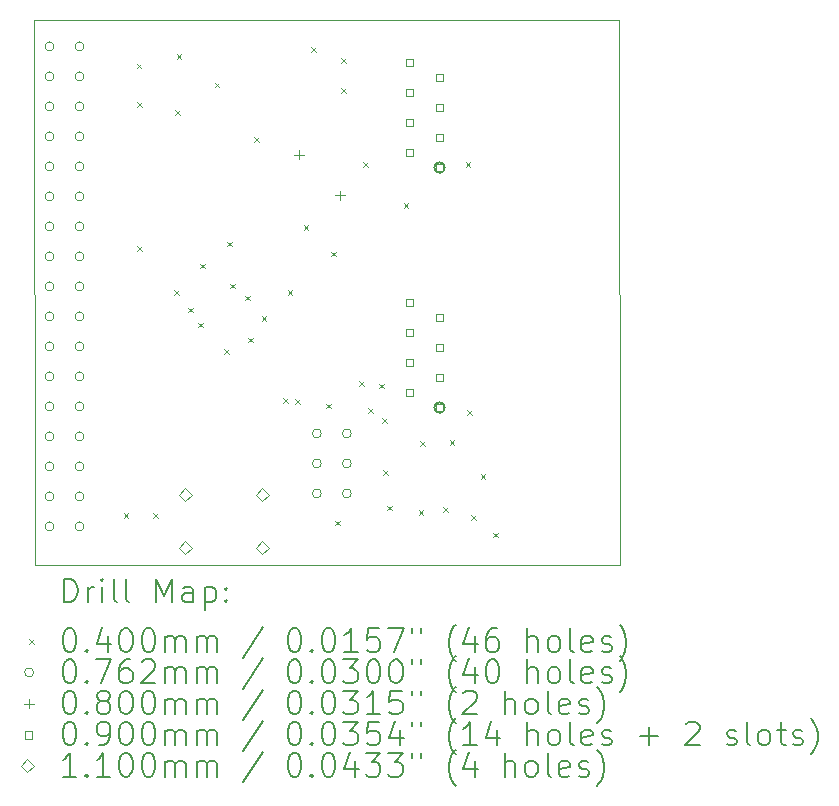
<source format=gbr>
%TF.GenerationSoftware,KiCad,Pcbnew,6.0.11-2627ca5db0~126~ubuntu20.04.1*%
%TF.CreationDate,2023-09-03T18:12:06+02:00*%
%TF.ProjectId,sboxnet-modul,73626f78-6e65-4742-9d6d-6f64756c2e6b,rev?*%
%TF.SameCoordinates,Original*%
%TF.FileFunction,Drillmap*%
%TF.FilePolarity,Positive*%
%FSLAX45Y45*%
G04 Gerber Fmt 4.5, Leading zero omitted, Abs format (unit mm)*
G04 Created by KiCad (PCBNEW 6.0.11-2627ca5db0~126~ubuntu20.04.1) date 2023-09-03 18:12:06*
%MOMM*%
%LPD*%
G01*
G04 APERTURE LIST*
%ADD10C,0.100000*%
%ADD11C,0.200000*%
%ADD12C,0.040000*%
%ADD13C,0.076200*%
%ADD14C,0.080000*%
%ADD15C,0.090000*%
%ADD16C,0.110000*%
G04 APERTURE END LIST*
D10*
X12573000Y-12192000D02*
X7620000Y-12192000D01*
X7620000Y-12192000D02*
X7617460Y-7576820D01*
X12570460Y-7579360D02*
X12573000Y-12192000D01*
X7617460Y-7576820D02*
X12570460Y-7579360D01*
D11*
D12*
X8374700Y-11752900D02*
X8414700Y-11792900D01*
X8414700Y-11752900D02*
X8374700Y-11792900D01*
X8484575Y-7947325D02*
X8524575Y-7987325D01*
X8524575Y-7947325D02*
X8484575Y-7987325D01*
X8489000Y-8273100D02*
X8529000Y-8313100D01*
X8529000Y-8273100D02*
X8489000Y-8313100D01*
X8489000Y-9492300D02*
X8529000Y-9532300D01*
X8529000Y-9492300D02*
X8489000Y-9532300D01*
X8626160Y-11752900D02*
X8666160Y-11792900D01*
X8666160Y-11752900D02*
X8626160Y-11792900D01*
X8804029Y-9861971D02*
X8844029Y-9901971D01*
X8844029Y-9861971D02*
X8804029Y-9901971D01*
X8809000Y-8338000D02*
X8849000Y-8378000D01*
X8849000Y-8338000D02*
X8809000Y-8378000D01*
X8824280Y-7864160D02*
X8864280Y-7904160D01*
X8864280Y-7864160D02*
X8824280Y-7904160D01*
X8920800Y-10013000D02*
X8960800Y-10053000D01*
X8960800Y-10013000D02*
X8920800Y-10053000D01*
X9007515Y-10140515D02*
X9047515Y-10180515D01*
X9047515Y-10140515D02*
X9007515Y-10180515D01*
X9025000Y-9641000D02*
X9065000Y-9681000D01*
X9065000Y-9641000D02*
X9025000Y-9681000D01*
X9144320Y-8108000D02*
X9184320Y-8148000D01*
X9184320Y-8108000D02*
X9144320Y-8148000D01*
X9228485Y-10361485D02*
X9268485Y-10401485D01*
X9268485Y-10361485D02*
X9228485Y-10401485D01*
X9251000Y-9454200D02*
X9291000Y-9494200D01*
X9291000Y-9454200D02*
X9251000Y-9494200D01*
X9276400Y-9809800D02*
X9316400Y-9849800D01*
X9316400Y-9809800D02*
X9276400Y-9849800D01*
X9403400Y-9911400D02*
X9443400Y-9951400D01*
X9443400Y-9911400D02*
X9403400Y-9951400D01*
X9428800Y-10267000D02*
X9468800Y-10307000D01*
X9468800Y-10267000D02*
X9428800Y-10307000D01*
X9477060Y-8570280D02*
X9517060Y-8610280D01*
X9517060Y-8570280D02*
X9477060Y-8610280D01*
X9542515Y-10087485D02*
X9582515Y-10127485D01*
X9582515Y-10087485D02*
X9542515Y-10127485D01*
X9723440Y-10780080D02*
X9763440Y-10820080D01*
X9763440Y-10780080D02*
X9723440Y-10820080D01*
X9763485Y-9866515D02*
X9803485Y-9906515D01*
X9803485Y-9866515D02*
X9763485Y-9906515D01*
X9827580Y-10790240D02*
X9867580Y-10830240D01*
X9867580Y-10790240D02*
X9827580Y-10830240D01*
X9897430Y-9313230D02*
X9937430Y-9353230D01*
X9937430Y-9313230D02*
X9897430Y-9353230D01*
X9964740Y-7805740D02*
X10004740Y-7845740D01*
X10004740Y-7805740D02*
X9964740Y-7845740D01*
X10091740Y-10825800D02*
X10131740Y-10865800D01*
X10131740Y-10825800D02*
X10091740Y-10865800D01*
X10131115Y-9539285D02*
X10171115Y-9579285D01*
X10171115Y-9539285D02*
X10131115Y-9579285D01*
X10167940Y-11816400D02*
X10207940Y-11856400D01*
X10207940Y-11816400D02*
X10167940Y-11856400D01*
X10216200Y-8153720D02*
X10256200Y-8193720D01*
X10256200Y-8153720D02*
X10216200Y-8193720D01*
X10218740Y-7899720D02*
X10258740Y-7939720D01*
X10258740Y-7899720D02*
X10218740Y-7939720D01*
X10368600Y-10637840D02*
X10408600Y-10677840D01*
X10408600Y-10637840D02*
X10368600Y-10677840D01*
X10404160Y-8783640D02*
X10444160Y-8823640D01*
X10444160Y-8783640D02*
X10404160Y-8823640D01*
X10442260Y-10863900D02*
X10482260Y-10903900D01*
X10482260Y-10863900D02*
X10442260Y-10903900D01*
X10536240Y-10655620D02*
X10576240Y-10695620D01*
X10576240Y-10655620D02*
X10536240Y-10695620D01*
X10561640Y-10947720D02*
X10601640Y-10987720D01*
X10601640Y-10947720D02*
X10561640Y-10987720D01*
X10571800Y-11387140D02*
X10611800Y-11427140D01*
X10611800Y-11387140D02*
X10571800Y-11427140D01*
X10603550Y-11688130D02*
X10643550Y-11728130D01*
X10643550Y-11688130D02*
X10603550Y-11728130D01*
X10744520Y-9126540D02*
X10784520Y-9166540D01*
X10784520Y-9126540D02*
X10744520Y-9166540D01*
X10871520Y-11730040D02*
X10911520Y-11770040D01*
X10911520Y-11730040D02*
X10871520Y-11770040D01*
X10884220Y-11140760D02*
X10924220Y-11180760D01*
X10924220Y-11140760D02*
X10884220Y-11180760D01*
X11082340Y-11704640D02*
X11122340Y-11744640D01*
X11122340Y-11704640D02*
X11082340Y-11744640D01*
X11135680Y-11133140D02*
X11175680Y-11173140D01*
X11175680Y-11133140D02*
X11135680Y-11173140D01*
X11270300Y-8781100D02*
X11310300Y-8821100D01*
X11310300Y-8781100D02*
X11270300Y-8821100D01*
X11280460Y-10879140D02*
X11320460Y-10919140D01*
X11320460Y-10879140D02*
X11280460Y-10919140D01*
X11318560Y-11770680D02*
X11358560Y-11810680D01*
X11358560Y-11770680D02*
X11318560Y-11810680D01*
X11397300Y-11422700D02*
X11437300Y-11462700D01*
X11437300Y-11422700D02*
X11397300Y-11462700D01*
X11503980Y-11918000D02*
X11543980Y-11958000D01*
X11543980Y-11918000D02*
X11503980Y-11958000D01*
D13*
X7785100Y-7801000D02*
G75*
G03*
X7785100Y-7801000I-38100J0D01*
G01*
X7785100Y-8055000D02*
G75*
G03*
X7785100Y-8055000I-38100J0D01*
G01*
X7785100Y-8309000D02*
G75*
G03*
X7785100Y-8309000I-38100J0D01*
G01*
X7785100Y-8563000D02*
G75*
G03*
X7785100Y-8563000I-38100J0D01*
G01*
X7785100Y-8817000D02*
G75*
G03*
X7785100Y-8817000I-38100J0D01*
G01*
X7785100Y-9071000D02*
G75*
G03*
X7785100Y-9071000I-38100J0D01*
G01*
X7785100Y-9325000D02*
G75*
G03*
X7785100Y-9325000I-38100J0D01*
G01*
X7785100Y-9579000D02*
G75*
G03*
X7785100Y-9579000I-38100J0D01*
G01*
X7785100Y-9833000D02*
G75*
G03*
X7785100Y-9833000I-38100J0D01*
G01*
X7785100Y-10087000D02*
G75*
G03*
X7785100Y-10087000I-38100J0D01*
G01*
X7785100Y-10341000D02*
G75*
G03*
X7785100Y-10341000I-38100J0D01*
G01*
X7785100Y-10595000D02*
G75*
G03*
X7785100Y-10595000I-38100J0D01*
G01*
X7785100Y-10849000D02*
G75*
G03*
X7785100Y-10849000I-38100J0D01*
G01*
X7785100Y-11103000D02*
G75*
G03*
X7785100Y-11103000I-38100J0D01*
G01*
X7785100Y-11357000D02*
G75*
G03*
X7785100Y-11357000I-38100J0D01*
G01*
X7785100Y-11611000D02*
G75*
G03*
X7785100Y-11611000I-38100J0D01*
G01*
X7785100Y-11865000D02*
G75*
G03*
X7785100Y-11865000I-38100J0D01*
G01*
X8039100Y-7801000D02*
G75*
G03*
X8039100Y-7801000I-38100J0D01*
G01*
X8039100Y-8055000D02*
G75*
G03*
X8039100Y-8055000I-38100J0D01*
G01*
X8039100Y-8309000D02*
G75*
G03*
X8039100Y-8309000I-38100J0D01*
G01*
X8039100Y-8563000D02*
G75*
G03*
X8039100Y-8563000I-38100J0D01*
G01*
X8039100Y-8817000D02*
G75*
G03*
X8039100Y-8817000I-38100J0D01*
G01*
X8039100Y-9071000D02*
G75*
G03*
X8039100Y-9071000I-38100J0D01*
G01*
X8039100Y-9325000D02*
G75*
G03*
X8039100Y-9325000I-38100J0D01*
G01*
X8039100Y-9579000D02*
G75*
G03*
X8039100Y-9579000I-38100J0D01*
G01*
X8039100Y-9833000D02*
G75*
G03*
X8039100Y-9833000I-38100J0D01*
G01*
X8039100Y-10087000D02*
G75*
G03*
X8039100Y-10087000I-38100J0D01*
G01*
X8039100Y-10341000D02*
G75*
G03*
X8039100Y-10341000I-38100J0D01*
G01*
X8039100Y-10595000D02*
G75*
G03*
X8039100Y-10595000I-38100J0D01*
G01*
X8039100Y-10849000D02*
G75*
G03*
X8039100Y-10849000I-38100J0D01*
G01*
X8039100Y-11103000D02*
G75*
G03*
X8039100Y-11103000I-38100J0D01*
G01*
X8039100Y-11357000D02*
G75*
G03*
X8039100Y-11357000I-38100J0D01*
G01*
X8039100Y-11611000D02*
G75*
G03*
X8039100Y-11611000I-38100J0D01*
G01*
X8039100Y-11865000D02*
G75*
G03*
X8039100Y-11865000I-38100J0D01*
G01*
X10048100Y-11078000D02*
G75*
G03*
X10048100Y-11078000I-38100J0D01*
G01*
X10048100Y-11332000D02*
G75*
G03*
X10048100Y-11332000I-38100J0D01*
G01*
X10048100Y-11586000D02*
G75*
G03*
X10048100Y-11586000I-38100J0D01*
G01*
X10302100Y-11078000D02*
G75*
G03*
X10302100Y-11078000I-38100J0D01*
G01*
X10302100Y-11332000D02*
G75*
G03*
X10302100Y-11332000I-38100J0D01*
G01*
X10302100Y-11586000D02*
G75*
G03*
X10302100Y-11586000I-38100J0D01*
G01*
D14*
X9859759Y-8676759D02*
X9859759Y-8756759D01*
X9819759Y-8716759D02*
X9899759Y-8716759D01*
X10204827Y-9021827D02*
X10204827Y-9101827D01*
X10164827Y-9061827D02*
X10244827Y-9061827D01*
D15*
X10826820Y-7969320D02*
X10826820Y-7905680D01*
X10763180Y-7905680D01*
X10763180Y-7969320D01*
X10826820Y-7969320D01*
X10826820Y-8223320D02*
X10826820Y-8159680D01*
X10763180Y-8159680D01*
X10763180Y-8223320D01*
X10826820Y-8223320D01*
X10826820Y-8476820D02*
X10826820Y-8413180D01*
X10763180Y-8413180D01*
X10763180Y-8476820D01*
X10826820Y-8476820D01*
X10826820Y-8730820D02*
X10826820Y-8667180D01*
X10763180Y-8667180D01*
X10763180Y-8730820D01*
X10826820Y-8730820D01*
X10826820Y-10001320D02*
X10826820Y-9937680D01*
X10763180Y-9937680D01*
X10763180Y-10001320D01*
X10826820Y-10001320D01*
X10826820Y-10255320D02*
X10826820Y-10191680D01*
X10763180Y-10191680D01*
X10763180Y-10255320D01*
X10826820Y-10255320D01*
X10826820Y-10508820D02*
X10826820Y-10445180D01*
X10763180Y-10445180D01*
X10763180Y-10508820D01*
X10826820Y-10508820D01*
X10826820Y-10762820D02*
X10826820Y-10699180D01*
X10763180Y-10699180D01*
X10763180Y-10762820D01*
X10826820Y-10762820D01*
X11080820Y-8095820D02*
X11080820Y-8032180D01*
X11017180Y-8032180D01*
X11017180Y-8095820D01*
X11080820Y-8095820D01*
X11080820Y-8349820D02*
X11080820Y-8286180D01*
X11017180Y-8286180D01*
X11017180Y-8349820D01*
X11080820Y-8349820D01*
X11080820Y-8603820D02*
X11080820Y-8540180D01*
X11017180Y-8540180D01*
X11017180Y-8603820D01*
X11080820Y-8603820D01*
X11080820Y-8857820D02*
X11080820Y-8794180D01*
X11017180Y-8794180D01*
X11017180Y-8857820D01*
X11080820Y-8857820D01*
D11*
X11049000Y-8871000D02*
X11049000Y-8871000D01*
X11049000Y-8781000D02*
X11049000Y-8781000D01*
X11049000Y-8871000D02*
G75*
G03*
X11049000Y-8781000I0J45000D01*
G01*
X11049000Y-8781000D02*
G75*
G03*
X11049000Y-8871000I0J-45000D01*
G01*
D15*
X11080820Y-10127820D02*
X11080820Y-10064180D01*
X11017180Y-10064180D01*
X11017180Y-10127820D01*
X11080820Y-10127820D01*
X11080820Y-10381820D02*
X11080820Y-10318180D01*
X11017180Y-10318180D01*
X11017180Y-10381820D01*
X11080820Y-10381820D01*
X11080820Y-10635820D02*
X11080820Y-10572180D01*
X11017180Y-10572180D01*
X11017180Y-10635820D01*
X11080820Y-10635820D01*
X11080820Y-10889820D02*
X11080820Y-10826180D01*
X11017180Y-10826180D01*
X11017180Y-10889820D01*
X11080820Y-10889820D01*
D11*
X11049000Y-10903000D02*
X11049000Y-10903000D01*
X11049000Y-10813000D02*
X11049000Y-10813000D01*
X11049000Y-10903000D02*
G75*
G03*
X11049000Y-10813000I0J45000D01*
G01*
X11049000Y-10813000D02*
G75*
G03*
X11049000Y-10903000I0J-45000D01*
G01*
D16*
X8897740Y-11651160D02*
X8952740Y-11596160D01*
X8897740Y-11541160D01*
X8842740Y-11596160D01*
X8897740Y-11651160D01*
X8897740Y-12101160D02*
X8952740Y-12046160D01*
X8897740Y-11991160D01*
X8842740Y-12046160D01*
X8897740Y-12101160D01*
X9547740Y-11651160D02*
X9602740Y-11596160D01*
X9547740Y-11541160D01*
X9492740Y-11596160D01*
X9547740Y-11651160D01*
X9547740Y-12101160D02*
X9602740Y-12046160D01*
X9547740Y-11991160D01*
X9492740Y-12046160D01*
X9547740Y-12101160D01*
D11*
X7870079Y-12507476D02*
X7870079Y-12307476D01*
X7917698Y-12307476D01*
X7946269Y-12317000D01*
X7965317Y-12336048D01*
X7974841Y-12355095D01*
X7984365Y-12393190D01*
X7984365Y-12421762D01*
X7974841Y-12459857D01*
X7965317Y-12478905D01*
X7946269Y-12497952D01*
X7917698Y-12507476D01*
X7870079Y-12507476D01*
X8070079Y-12507476D02*
X8070079Y-12374143D01*
X8070079Y-12412238D02*
X8079603Y-12393190D01*
X8089127Y-12383667D01*
X8108174Y-12374143D01*
X8127222Y-12374143D01*
X8193888Y-12507476D02*
X8193888Y-12374143D01*
X8193888Y-12307476D02*
X8184365Y-12317000D01*
X8193888Y-12326524D01*
X8203412Y-12317000D01*
X8193888Y-12307476D01*
X8193888Y-12326524D01*
X8317698Y-12507476D02*
X8298650Y-12497952D01*
X8289127Y-12478905D01*
X8289127Y-12307476D01*
X8422460Y-12507476D02*
X8403412Y-12497952D01*
X8393889Y-12478905D01*
X8393889Y-12307476D01*
X8651031Y-12507476D02*
X8651031Y-12307476D01*
X8717698Y-12450333D01*
X8784365Y-12307476D01*
X8784365Y-12507476D01*
X8965317Y-12507476D02*
X8965317Y-12402714D01*
X8955793Y-12383667D01*
X8936746Y-12374143D01*
X8898650Y-12374143D01*
X8879603Y-12383667D01*
X8965317Y-12497952D02*
X8946270Y-12507476D01*
X8898650Y-12507476D01*
X8879603Y-12497952D01*
X8870079Y-12478905D01*
X8870079Y-12459857D01*
X8879603Y-12440809D01*
X8898650Y-12431286D01*
X8946270Y-12431286D01*
X8965317Y-12421762D01*
X9060555Y-12374143D02*
X9060555Y-12574143D01*
X9060555Y-12383667D02*
X9079603Y-12374143D01*
X9117698Y-12374143D01*
X9136746Y-12383667D01*
X9146270Y-12393190D01*
X9155793Y-12412238D01*
X9155793Y-12469381D01*
X9146270Y-12488428D01*
X9136746Y-12497952D01*
X9117698Y-12507476D01*
X9079603Y-12507476D01*
X9060555Y-12497952D01*
X9241508Y-12488428D02*
X9251031Y-12497952D01*
X9241508Y-12507476D01*
X9231984Y-12497952D01*
X9241508Y-12488428D01*
X9241508Y-12507476D01*
X9241508Y-12383667D02*
X9251031Y-12393190D01*
X9241508Y-12402714D01*
X9231984Y-12393190D01*
X9241508Y-12383667D01*
X9241508Y-12402714D01*
D12*
X7572460Y-12817000D02*
X7612460Y-12857000D01*
X7612460Y-12817000D02*
X7572460Y-12857000D01*
D11*
X7908174Y-12727476D02*
X7927222Y-12727476D01*
X7946269Y-12737000D01*
X7955793Y-12746524D01*
X7965317Y-12765571D01*
X7974841Y-12803667D01*
X7974841Y-12851286D01*
X7965317Y-12889381D01*
X7955793Y-12908428D01*
X7946269Y-12917952D01*
X7927222Y-12927476D01*
X7908174Y-12927476D01*
X7889127Y-12917952D01*
X7879603Y-12908428D01*
X7870079Y-12889381D01*
X7860555Y-12851286D01*
X7860555Y-12803667D01*
X7870079Y-12765571D01*
X7879603Y-12746524D01*
X7889127Y-12737000D01*
X7908174Y-12727476D01*
X8060555Y-12908428D02*
X8070079Y-12917952D01*
X8060555Y-12927476D01*
X8051031Y-12917952D01*
X8060555Y-12908428D01*
X8060555Y-12927476D01*
X8241508Y-12794143D02*
X8241508Y-12927476D01*
X8193888Y-12717952D02*
X8146269Y-12860809D01*
X8270079Y-12860809D01*
X8384365Y-12727476D02*
X8403412Y-12727476D01*
X8422460Y-12737000D01*
X8431984Y-12746524D01*
X8441508Y-12765571D01*
X8451031Y-12803667D01*
X8451031Y-12851286D01*
X8441508Y-12889381D01*
X8431984Y-12908428D01*
X8422460Y-12917952D01*
X8403412Y-12927476D01*
X8384365Y-12927476D01*
X8365317Y-12917952D01*
X8355793Y-12908428D01*
X8346269Y-12889381D01*
X8336746Y-12851286D01*
X8336746Y-12803667D01*
X8346269Y-12765571D01*
X8355793Y-12746524D01*
X8365317Y-12737000D01*
X8384365Y-12727476D01*
X8574841Y-12727476D02*
X8593889Y-12727476D01*
X8612936Y-12737000D01*
X8622460Y-12746524D01*
X8631984Y-12765571D01*
X8641508Y-12803667D01*
X8641508Y-12851286D01*
X8631984Y-12889381D01*
X8622460Y-12908428D01*
X8612936Y-12917952D01*
X8593889Y-12927476D01*
X8574841Y-12927476D01*
X8555793Y-12917952D01*
X8546270Y-12908428D01*
X8536746Y-12889381D01*
X8527222Y-12851286D01*
X8527222Y-12803667D01*
X8536746Y-12765571D01*
X8546270Y-12746524D01*
X8555793Y-12737000D01*
X8574841Y-12727476D01*
X8727222Y-12927476D02*
X8727222Y-12794143D01*
X8727222Y-12813190D02*
X8736746Y-12803667D01*
X8755793Y-12794143D01*
X8784365Y-12794143D01*
X8803412Y-12803667D01*
X8812936Y-12822714D01*
X8812936Y-12927476D01*
X8812936Y-12822714D02*
X8822460Y-12803667D01*
X8841508Y-12794143D01*
X8870079Y-12794143D01*
X8889127Y-12803667D01*
X8898650Y-12822714D01*
X8898650Y-12927476D01*
X8993889Y-12927476D02*
X8993889Y-12794143D01*
X8993889Y-12813190D02*
X9003412Y-12803667D01*
X9022460Y-12794143D01*
X9051031Y-12794143D01*
X9070079Y-12803667D01*
X9079603Y-12822714D01*
X9079603Y-12927476D01*
X9079603Y-12822714D02*
X9089127Y-12803667D01*
X9108174Y-12794143D01*
X9136746Y-12794143D01*
X9155793Y-12803667D01*
X9165317Y-12822714D01*
X9165317Y-12927476D01*
X9555793Y-12717952D02*
X9384365Y-12975095D01*
X9812936Y-12727476D02*
X9831984Y-12727476D01*
X9851031Y-12737000D01*
X9860555Y-12746524D01*
X9870079Y-12765571D01*
X9879603Y-12803667D01*
X9879603Y-12851286D01*
X9870079Y-12889381D01*
X9860555Y-12908428D01*
X9851031Y-12917952D01*
X9831984Y-12927476D01*
X9812936Y-12927476D01*
X9793889Y-12917952D01*
X9784365Y-12908428D01*
X9774841Y-12889381D01*
X9765317Y-12851286D01*
X9765317Y-12803667D01*
X9774841Y-12765571D01*
X9784365Y-12746524D01*
X9793889Y-12737000D01*
X9812936Y-12727476D01*
X9965317Y-12908428D02*
X9974841Y-12917952D01*
X9965317Y-12927476D01*
X9955793Y-12917952D01*
X9965317Y-12908428D01*
X9965317Y-12927476D01*
X10098650Y-12727476D02*
X10117698Y-12727476D01*
X10136746Y-12737000D01*
X10146270Y-12746524D01*
X10155793Y-12765571D01*
X10165317Y-12803667D01*
X10165317Y-12851286D01*
X10155793Y-12889381D01*
X10146270Y-12908428D01*
X10136746Y-12917952D01*
X10117698Y-12927476D01*
X10098650Y-12927476D01*
X10079603Y-12917952D01*
X10070079Y-12908428D01*
X10060555Y-12889381D01*
X10051031Y-12851286D01*
X10051031Y-12803667D01*
X10060555Y-12765571D01*
X10070079Y-12746524D01*
X10079603Y-12737000D01*
X10098650Y-12727476D01*
X10355793Y-12927476D02*
X10241508Y-12927476D01*
X10298650Y-12927476D02*
X10298650Y-12727476D01*
X10279603Y-12756048D01*
X10260555Y-12775095D01*
X10241508Y-12784619D01*
X10536746Y-12727476D02*
X10441508Y-12727476D01*
X10431984Y-12822714D01*
X10441508Y-12813190D01*
X10460555Y-12803667D01*
X10508174Y-12803667D01*
X10527222Y-12813190D01*
X10536746Y-12822714D01*
X10546270Y-12841762D01*
X10546270Y-12889381D01*
X10536746Y-12908428D01*
X10527222Y-12917952D01*
X10508174Y-12927476D01*
X10460555Y-12927476D01*
X10441508Y-12917952D01*
X10431984Y-12908428D01*
X10612936Y-12727476D02*
X10746270Y-12727476D01*
X10660555Y-12927476D01*
X10812936Y-12727476D02*
X10812936Y-12765571D01*
X10889127Y-12727476D02*
X10889127Y-12765571D01*
X11184365Y-13003667D02*
X11174841Y-12994143D01*
X11155793Y-12965571D01*
X11146270Y-12946524D01*
X11136746Y-12917952D01*
X11127222Y-12870333D01*
X11127222Y-12832238D01*
X11136746Y-12784619D01*
X11146270Y-12756048D01*
X11155793Y-12737000D01*
X11174841Y-12708428D01*
X11184365Y-12698905D01*
X11346269Y-12794143D02*
X11346269Y-12927476D01*
X11298650Y-12717952D02*
X11251031Y-12860809D01*
X11374841Y-12860809D01*
X11536746Y-12727476D02*
X11498650Y-12727476D01*
X11479603Y-12737000D01*
X11470079Y-12746524D01*
X11451031Y-12775095D01*
X11441508Y-12813190D01*
X11441508Y-12889381D01*
X11451031Y-12908428D01*
X11460555Y-12917952D01*
X11479603Y-12927476D01*
X11517698Y-12927476D01*
X11536746Y-12917952D01*
X11546269Y-12908428D01*
X11555793Y-12889381D01*
X11555793Y-12841762D01*
X11546269Y-12822714D01*
X11536746Y-12813190D01*
X11517698Y-12803667D01*
X11479603Y-12803667D01*
X11460555Y-12813190D01*
X11451031Y-12822714D01*
X11441508Y-12841762D01*
X11793888Y-12927476D02*
X11793888Y-12727476D01*
X11879603Y-12927476D02*
X11879603Y-12822714D01*
X11870079Y-12803667D01*
X11851031Y-12794143D01*
X11822460Y-12794143D01*
X11803412Y-12803667D01*
X11793888Y-12813190D01*
X12003412Y-12927476D02*
X11984365Y-12917952D01*
X11974841Y-12908428D01*
X11965317Y-12889381D01*
X11965317Y-12832238D01*
X11974841Y-12813190D01*
X11984365Y-12803667D01*
X12003412Y-12794143D01*
X12031984Y-12794143D01*
X12051031Y-12803667D01*
X12060555Y-12813190D01*
X12070079Y-12832238D01*
X12070079Y-12889381D01*
X12060555Y-12908428D01*
X12051031Y-12917952D01*
X12031984Y-12927476D01*
X12003412Y-12927476D01*
X12184365Y-12927476D02*
X12165317Y-12917952D01*
X12155793Y-12898905D01*
X12155793Y-12727476D01*
X12336746Y-12917952D02*
X12317698Y-12927476D01*
X12279603Y-12927476D01*
X12260555Y-12917952D01*
X12251031Y-12898905D01*
X12251031Y-12822714D01*
X12260555Y-12803667D01*
X12279603Y-12794143D01*
X12317698Y-12794143D01*
X12336746Y-12803667D01*
X12346269Y-12822714D01*
X12346269Y-12841762D01*
X12251031Y-12860809D01*
X12422460Y-12917952D02*
X12441508Y-12927476D01*
X12479603Y-12927476D01*
X12498650Y-12917952D01*
X12508174Y-12898905D01*
X12508174Y-12889381D01*
X12498650Y-12870333D01*
X12479603Y-12860809D01*
X12451031Y-12860809D01*
X12431984Y-12851286D01*
X12422460Y-12832238D01*
X12422460Y-12822714D01*
X12431984Y-12803667D01*
X12451031Y-12794143D01*
X12479603Y-12794143D01*
X12498650Y-12803667D01*
X12574841Y-13003667D02*
X12584365Y-12994143D01*
X12603412Y-12965571D01*
X12612936Y-12946524D01*
X12622460Y-12917952D01*
X12631984Y-12870333D01*
X12631984Y-12832238D01*
X12622460Y-12784619D01*
X12612936Y-12756048D01*
X12603412Y-12737000D01*
X12584365Y-12708428D01*
X12574841Y-12698905D01*
D13*
X7612460Y-13101000D02*
G75*
G03*
X7612460Y-13101000I-38100J0D01*
G01*
D11*
X7908174Y-12991476D02*
X7927222Y-12991476D01*
X7946269Y-13001000D01*
X7955793Y-13010524D01*
X7965317Y-13029571D01*
X7974841Y-13067667D01*
X7974841Y-13115286D01*
X7965317Y-13153381D01*
X7955793Y-13172428D01*
X7946269Y-13181952D01*
X7927222Y-13191476D01*
X7908174Y-13191476D01*
X7889127Y-13181952D01*
X7879603Y-13172428D01*
X7870079Y-13153381D01*
X7860555Y-13115286D01*
X7860555Y-13067667D01*
X7870079Y-13029571D01*
X7879603Y-13010524D01*
X7889127Y-13001000D01*
X7908174Y-12991476D01*
X8060555Y-13172428D02*
X8070079Y-13181952D01*
X8060555Y-13191476D01*
X8051031Y-13181952D01*
X8060555Y-13172428D01*
X8060555Y-13191476D01*
X8136746Y-12991476D02*
X8270079Y-12991476D01*
X8184365Y-13191476D01*
X8431984Y-12991476D02*
X8393889Y-12991476D01*
X8374841Y-13001000D01*
X8365317Y-13010524D01*
X8346269Y-13039095D01*
X8336746Y-13077190D01*
X8336746Y-13153381D01*
X8346269Y-13172428D01*
X8355793Y-13181952D01*
X8374841Y-13191476D01*
X8412936Y-13191476D01*
X8431984Y-13181952D01*
X8441508Y-13172428D01*
X8451031Y-13153381D01*
X8451031Y-13105762D01*
X8441508Y-13086714D01*
X8431984Y-13077190D01*
X8412936Y-13067667D01*
X8374841Y-13067667D01*
X8355793Y-13077190D01*
X8346269Y-13086714D01*
X8336746Y-13105762D01*
X8527222Y-13010524D02*
X8536746Y-13001000D01*
X8555793Y-12991476D01*
X8603412Y-12991476D01*
X8622460Y-13001000D01*
X8631984Y-13010524D01*
X8641508Y-13029571D01*
X8641508Y-13048619D01*
X8631984Y-13077190D01*
X8517698Y-13191476D01*
X8641508Y-13191476D01*
X8727222Y-13191476D02*
X8727222Y-13058143D01*
X8727222Y-13077190D02*
X8736746Y-13067667D01*
X8755793Y-13058143D01*
X8784365Y-13058143D01*
X8803412Y-13067667D01*
X8812936Y-13086714D01*
X8812936Y-13191476D01*
X8812936Y-13086714D02*
X8822460Y-13067667D01*
X8841508Y-13058143D01*
X8870079Y-13058143D01*
X8889127Y-13067667D01*
X8898650Y-13086714D01*
X8898650Y-13191476D01*
X8993889Y-13191476D02*
X8993889Y-13058143D01*
X8993889Y-13077190D02*
X9003412Y-13067667D01*
X9022460Y-13058143D01*
X9051031Y-13058143D01*
X9070079Y-13067667D01*
X9079603Y-13086714D01*
X9079603Y-13191476D01*
X9079603Y-13086714D02*
X9089127Y-13067667D01*
X9108174Y-13058143D01*
X9136746Y-13058143D01*
X9155793Y-13067667D01*
X9165317Y-13086714D01*
X9165317Y-13191476D01*
X9555793Y-12981952D02*
X9384365Y-13239095D01*
X9812936Y-12991476D02*
X9831984Y-12991476D01*
X9851031Y-13001000D01*
X9860555Y-13010524D01*
X9870079Y-13029571D01*
X9879603Y-13067667D01*
X9879603Y-13115286D01*
X9870079Y-13153381D01*
X9860555Y-13172428D01*
X9851031Y-13181952D01*
X9831984Y-13191476D01*
X9812936Y-13191476D01*
X9793889Y-13181952D01*
X9784365Y-13172428D01*
X9774841Y-13153381D01*
X9765317Y-13115286D01*
X9765317Y-13067667D01*
X9774841Y-13029571D01*
X9784365Y-13010524D01*
X9793889Y-13001000D01*
X9812936Y-12991476D01*
X9965317Y-13172428D02*
X9974841Y-13181952D01*
X9965317Y-13191476D01*
X9955793Y-13181952D01*
X9965317Y-13172428D01*
X9965317Y-13191476D01*
X10098650Y-12991476D02*
X10117698Y-12991476D01*
X10136746Y-13001000D01*
X10146270Y-13010524D01*
X10155793Y-13029571D01*
X10165317Y-13067667D01*
X10165317Y-13115286D01*
X10155793Y-13153381D01*
X10146270Y-13172428D01*
X10136746Y-13181952D01*
X10117698Y-13191476D01*
X10098650Y-13191476D01*
X10079603Y-13181952D01*
X10070079Y-13172428D01*
X10060555Y-13153381D01*
X10051031Y-13115286D01*
X10051031Y-13067667D01*
X10060555Y-13029571D01*
X10070079Y-13010524D01*
X10079603Y-13001000D01*
X10098650Y-12991476D01*
X10231984Y-12991476D02*
X10355793Y-12991476D01*
X10289127Y-13067667D01*
X10317698Y-13067667D01*
X10336746Y-13077190D01*
X10346270Y-13086714D01*
X10355793Y-13105762D01*
X10355793Y-13153381D01*
X10346270Y-13172428D01*
X10336746Y-13181952D01*
X10317698Y-13191476D01*
X10260555Y-13191476D01*
X10241508Y-13181952D01*
X10231984Y-13172428D01*
X10479603Y-12991476D02*
X10498650Y-12991476D01*
X10517698Y-13001000D01*
X10527222Y-13010524D01*
X10536746Y-13029571D01*
X10546270Y-13067667D01*
X10546270Y-13115286D01*
X10536746Y-13153381D01*
X10527222Y-13172428D01*
X10517698Y-13181952D01*
X10498650Y-13191476D01*
X10479603Y-13191476D01*
X10460555Y-13181952D01*
X10451031Y-13172428D01*
X10441508Y-13153381D01*
X10431984Y-13115286D01*
X10431984Y-13067667D01*
X10441508Y-13029571D01*
X10451031Y-13010524D01*
X10460555Y-13001000D01*
X10479603Y-12991476D01*
X10670079Y-12991476D02*
X10689127Y-12991476D01*
X10708174Y-13001000D01*
X10717698Y-13010524D01*
X10727222Y-13029571D01*
X10736746Y-13067667D01*
X10736746Y-13115286D01*
X10727222Y-13153381D01*
X10717698Y-13172428D01*
X10708174Y-13181952D01*
X10689127Y-13191476D01*
X10670079Y-13191476D01*
X10651031Y-13181952D01*
X10641508Y-13172428D01*
X10631984Y-13153381D01*
X10622460Y-13115286D01*
X10622460Y-13067667D01*
X10631984Y-13029571D01*
X10641508Y-13010524D01*
X10651031Y-13001000D01*
X10670079Y-12991476D01*
X10812936Y-12991476D02*
X10812936Y-13029571D01*
X10889127Y-12991476D02*
X10889127Y-13029571D01*
X11184365Y-13267667D02*
X11174841Y-13258143D01*
X11155793Y-13229571D01*
X11146270Y-13210524D01*
X11136746Y-13181952D01*
X11127222Y-13134333D01*
X11127222Y-13096238D01*
X11136746Y-13048619D01*
X11146270Y-13020048D01*
X11155793Y-13001000D01*
X11174841Y-12972428D01*
X11184365Y-12962905D01*
X11346269Y-13058143D02*
X11346269Y-13191476D01*
X11298650Y-12981952D02*
X11251031Y-13124809D01*
X11374841Y-13124809D01*
X11489127Y-12991476D02*
X11508174Y-12991476D01*
X11527222Y-13001000D01*
X11536746Y-13010524D01*
X11546269Y-13029571D01*
X11555793Y-13067667D01*
X11555793Y-13115286D01*
X11546269Y-13153381D01*
X11536746Y-13172428D01*
X11527222Y-13181952D01*
X11508174Y-13191476D01*
X11489127Y-13191476D01*
X11470079Y-13181952D01*
X11460555Y-13172428D01*
X11451031Y-13153381D01*
X11441508Y-13115286D01*
X11441508Y-13067667D01*
X11451031Y-13029571D01*
X11460555Y-13010524D01*
X11470079Y-13001000D01*
X11489127Y-12991476D01*
X11793888Y-13191476D02*
X11793888Y-12991476D01*
X11879603Y-13191476D02*
X11879603Y-13086714D01*
X11870079Y-13067667D01*
X11851031Y-13058143D01*
X11822460Y-13058143D01*
X11803412Y-13067667D01*
X11793888Y-13077190D01*
X12003412Y-13191476D02*
X11984365Y-13181952D01*
X11974841Y-13172428D01*
X11965317Y-13153381D01*
X11965317Y-13096238D01*
X11974841Y-13077190D01*
X11984365Y-13067667D01*
X12003412Y-13058143D01*
X12031984Y-13058143D01*
X12051031Y-13067667D01*
X12060555Y-13077190D01*
X12070079Y-13096238D01*
X12070079Y-13153381D01*
X12060555Y-13172428D01*
X12051031Y-13181952D01*
X12031984Y-13191476D01*
X12003412Y-13191476D01*
X12184365Y-13191476D02*
X12165317Y-13181952D01*
X12155793Y-13162905D01*
X12155793Y-12991476D01*
X12336746Y-13181952D02*
X12317698Y-13191476D01*
X12279603Y-13191476D01*
X12260555Y-13181952D01*
X12251031Y-13162905D01*
X12251031Y-13086714D01*
X12260555Y-13067667D01*
X12279603Y-13058143D01*
X12317698Y-13058143D01*
X12336746Y-13067667D01*
X12346269Y-13086714D01*
X12346269Y-13105762D01*
X12251031Y-13124809D01*
X12422460Y-13181952D02*
X12441508Y-13191476D01*
X12479603Y-13191476D01*
X12498650Y-13181952D01*
X12508174Y-13162905D01*
X12508174Y-13153381D01*
X12498650Y-13134333D01*
X12479603Y-13124809D01*
X12451031Y-13124809D01*
X12431984Y-13115286D01*
X12422460Y-13096238D01*
X12422460Y-13086714D01*
X12431984Y-13067667D01*
X12451031Y-13058143D01*
X12479603Y-13058143D01*
X12498650Y-13067667D01*
X12574841Y-13267667D02*
X12584365Y-13258143D01*
X12603412Y-13229571D01*
X12612936Y-13210524D01*
X12622460Y-13181952D01*
X12631984Y-13134333D01*
X12631984Y-13096238D01*
X12622460Y-13048619D01*
X12612936Y-13020048D01*
X12603412Y-13001000D01*
X12584365Y-12972428D01*
X12574841Y-12962905D01*
D14*
X7572460Y-13325000D02*
X7572460Y-13405000D01*
X7532460Y-13365000D02*
X7612460Y-13365000D01*
D11*
X7908174Y-13255476D02*
X7927222Y-13255476D01*
X7946269Y-13265000D01*
X7955793Y-13274524D01*
X7965317Y-13293571D01*
X7974841Y-13331667D01*
X7974841Y-13379286D01*
X7965317Y-13417381D01*
X7955793Y-13436428D01*
X7946269Y-13445952D01*
X7927222Y-13455476D01*
X7908174Y-13455476D01*
X7889127Y-13445952D01*
X7879603Y-13436428D01*
X7870079Y-13417381D01*
X7860555Y-13379286D01*
X7860555Y-13331667D01*
X7870079Y-13293571D01*
X7879603Y-13274524D01*
X7889127Y-13265000D01*
X7908174Y-13255476D01*
X8060555Y-13436428D02*
X8070079Y-13445952D01*
X8060555Y-13455476D01*
X8051031Y-13445952D01*
X8060555Y-13436428D01*
X8060555Y-13455476D01*
X8184365Y-13341190D02*
X8165317Y-13331667D01*
X8155793Y-13322143D01*
X8146269Y-13303095D01*
X8146269Y-13293571D01*
X8155793Y-13274524D01*
X8165317Y-13265000D01*
X8184365Y-13255476D01*
X8222460Y-13255476D01*
X8241508Y-13265000D01*
X8251031Y-13274524D01*
X8260555Y-13293571D01*
X8260555Y-13303095D01*
X8251031Y-13322143D01*
X8241508Y-13331667D01*
X8222460Y-13341190D01*
X8184365Y-13341190D01*
X8165317Y-13350714D01*
X8155793Y-13360238D01*
X8146269Y-13379286D01*
X8146269Y-13417381D01*
X8155793Y-13436428D01*
X8165317Y-13445952D01*
X8184365Y-13455476D01*
X8222460Y-13455476D01*
X8241508Y-13445952D01*
X8251031Y-13436428D01*
X8260555Y-13417381D01*
X8260555Y-13379286D01*
X8251031Y-13360238D01*
X8241508Y-13350714D01*
X8222460Y-13341190D01*
X8384365Y-13255476D02*
X8403412Y-13255476D01*
X8422460Y-13265000D01*
X8431984Y-13274524D01*
X8441508Y-13293571D01*
X8451031Y-13331667D01*
X8451031Y-13379286D01*
X8441508Y-13417381D01*
X8431984Y-13436428D01*
X8422460Y-13445952D01*
X8403412Y-13455476D01*
X8384365Y-13455476D01*
X8365317Y-13445952D01*
X8355793Y-13436428D01*
X8346269Y-13417381D01*
X8336746Y-13379286D01*
X8336746Y-13331667D01*
X8346269Y-13293571D01*
X8355793Y-13274524D01*
X8365317Y-13265000D01*
X8384365Y-13255476D01*
X8574841Y-13255476D02*
X8593889Y-13255476D01*
X8612936Y-13265000D01*
X8622460Y-13274524D01*
X8631984Y-13293571D01*
X8641508Y-13331667D01*
X8641508Y-13379286D01*
X8631984Y-13417381D01*
X8622460Y-13436428D01*
X8612936Y-13445952D01*
X8593889Y-13455476D01*
X8574841Y-13455476D01*
X8555793Y-13445952D01*
X8546270Y-13436428D01*
X8536746Y-13417381D01*
X8527222Y-13379286D01*
X8527222Y-13331667D01*
X8536746Y-13293571D01*
X8546270Y-13274524D01*
X8555793Y-13265000D01*
X8574841Y-13255476D01*
X8727222Y-13455476D02*
X8727222Y-13322143D01*
X8727222Y-13341190D02*
X8736746Y-13331667D01*
X8755793Y-13322143D01*
X8784365Y-13322143D01*
X8803412Y-13331667D01*
X8812936Y-13350714D01*
X8812936Y-13455476D01*
X8812936Y-13350714D02*
X8822460Y-13331667D01*
X8841508Y-13322143D01*
X8870079Y-13322143D01*
X8889127Y-13331667D01*
X8898650Y-13350714D01*
X8898650Y-13455476D01*
X8993889Y-13455476D02*
X8993889Y-13322143D01*
X8993889Y-13341190D02*
X9003412Y-13331667D01*
X9022460Y-13322143D01*
X9051031Y-13322143D01*
X9070079Y-13331667D01*
X9079603Y-13350714D01*
X9079603Y-13455476D01*
X9079603Y-13350714D02*
X9089127Y-13331667D01*
X9108174Y-13322143D01*
X9136746Y-13322143D01*
X9155793Y-13331667D01*
X9165317Y-13350714D01*
X9165317Y-13455476D01*
X9555793Y-13245952D02*
X9384365Y-13503095D01*
X9812936Y-13255476D02*
X9831984Y-13255476D01*
X9851031Y-13265000D01*
X9860555Y-13274524D01*
X9870079Y-13293571D01*
X9879603Y-13331667D01*
X9879603Y-13379286D01*
X9870079Y-13417381D01*
X9860555Y-13436428D01*
X9851031Y-13445952D01*
X9831984Y-13455476D01*
X9812936Y-13455476D01*
X9793889Y-13445952D01*
X9784365Y-13436428D01*
X9774841Y-13417381D01*
X9765317Y-13379286D01*
X9765317Y-13331667D01*
X9774841Y-13293571D01*
X9784365Y-13274524D01*
X9793889Y-13265000D01*
X9812936Y-13255476D01*
X9965317Y-13436428D02*
X9974841Y-13445952D01*
X9965317Y-13455476D01*
X9955793Y-13445952D01*
X9965317Y-13436428D01*
X9965317Y-13455476D01*
X10098650Y-13255476D02*
X10117698Y-13255476D01*
X10136746Y-13265000D01*
X10146270Y-13274524D01*
X10155793Y-13293571D01*
X10165317Y-13331667D01*
X10165317Y-13379286D01*
X10155793Y-13417381D01*
X10146270Y-13436428D01*
X10136746Y-13445952D01*
X10117698Y-13455476D01*
X10098650Y-13455476D01*
X10079603Y-13445952D01*
X10070079Y-13436428D01*
X10060555Y-13417381D01*
X10051031Y-13379286D01*
X10051031Y-13331667D01*
X10060555Y-13293571D01*
X10070079Y-13274524D01*
X10079603Y-13265000D01*
X10098650Y-13255476D01*
X10231984Y-13255476D02*
X10355793Y-13255476D01*
X10289127Y-13331667D01*
X10317698Y-13331667D01*
X10336746Y-13341190D01*
X10346270Y-13350714D01*
X10355793Y-13369762D01*
X10355793Y-13417381D01*
X10346270Y-13436428D01*
X10336746Y-13445952D01*
X10317698Y-13455476D01*
X10260555Y-13455476D01*
X10241508Y-13445952D01*
X10231984Y-13436428D01*
X10546270Y-13455476D02*
X10431984Y-13455476D01*
X10489127Y-13455476D02*
X10489127Y-13255476D01*
X10470079Y-13284048D01*
X10451031Y-13303095D01*
X10431984Y-13312619D01*
X10727222Y-13255476D02*
X10631984Y-13255476D01*
X10622460Y-13350714D01*
X10631984Y-13341190D01*
X10651031Y-13331667D01*
X10698650Y-13331667D01*
X10717698Y-13341190D01*
X10727222Y-13350714D01*
X10736746Y-13369762D01*
X10736746Y-13417381D01*
X10727222Y-13436428D01*
X10717698Y-13445952D01*
X10698650Y-13455476D01*
X10651031Y-13455476D01*
X10631984Y-13445952D01*
X10622460Y-13436428D01*
X10812936Y-13255476D02*
X10812936Y-13293571D01*
X10889127Y-13255476D02*
X10889127Y-13293571D01*
X11184365Y-13531667D02*
X11174841Y-13522143D01*
X11155793Y-13493571D01*
X11146270Y-13474524D01*
X11136746Y-13445952D01*
X11127222Y-13398333D01*
X11127222Y-13360238D01*
X11136746Y-13312619D01*
X11146270Y-13284048D01*
X11155793Y-13265000D01*
X11174841Y-13236428D01*
X11184365Y-13226905D01*
X11251031Y-13274524D02*
X11260555Y-13265000D01*
X11279603Y-13255476D01*
X11327222Y-13255476D01*
X11346269Y-13265000D01*
X11355793Y-13274524D01*
X11365317Y-13293571D01*
X11365317Y-13312619D01*
X11355793Y-13341190D01*
X11241508Y-13455476D01*
X11365317Y-13455476D01*
X11603412Y-13455476D02*
X11603412Y-13255476D01*
X11689127Y-13455476D02*
X11689127Y-13350714D01*
X11679603Y-13331667D01*
X11660555Y-13322143D01*
X11631984Y-13322143D01*
X11612936Y-13331667D01*
X11603412Y-13341190D01*
X11812936Y-13455476D02*
X11793888Y-13445952D01*
X11784365Y-13436428D01*
X11774841Y-13417381D01*
X11774841Y-13360238D01*
X11784365Y-13341190D01*
X11793888Y-13331667D01*
X11812936Y-13322143D01*
X11841508Y-13322143D01*
X11860555Y-13331667D01*
X11870079Y-13341190D01*
X11879603Y-13360238D01*
X11879603Y-13417381D01*
X11870079Y-13436428D01*
X11860555Y-13445952D01*
X11841508Y-13455476D01*
X11812936Y-13455476D01*
X11993888Y-13455476D02*
X11974841Y-13445952D01*
X11965317Y-13426905D01*
X11965317Y-13255476D01*
X12146269Y-13445952D02*
X12127222Y-13455476D01*
X12089127Y-13455476D01*
X12070079Y-13445952D01*
X12060555Y-13426905D01*
X12060555Y-13350714D01*
X12070079Y-13331667D01*
X12089127Y-13322143D01*
X12127222Y-13322143D01*
X12146269Y-13331667D01*
X12155793Y-13350714D01*
X12155793Y-13369762D01*
X12060555Y-13388809D01*
X12231984Y-13445952D02*
X12251031Y-13455476D01*
X12289127Y-13455476D01*
X12308174Y-13445952D01*
X12317698Y-13426905D01*
X12317698Y-13417381D01*
X12308174Y-13398333D01*
X12289127Y-13388809D01*
X12260555Y-13388809D01*
X12241508Y-13379286D01*
X12231984Y-13360238D01*
X12231984Y-13350714D01*
X12241508Y-13331667D01*
X12260555Y-13322143D01*
X12289127Y-13322143D01*
X12308174Y-13331667D01*
X12384365Y-13531667D02*
X12393888Y-13522143D01*
X12412936Y-13493571D01*
X12422460Y-13474524D01*
X12431984Y-13445952D01*
X12441508Y-13398333D01*
X12441508Y-13360238D01*
X12431984Y-13312619D01*
X12422460Y-13284048D01*
X12412936Y-13265000D01*
X12393888Y-13236428D01*
X12384365Y-13226905D01*
D15*
X7599280Y-13660820D02*
X7599280Y-13597180D01*
X7535640Y-13597180D01*
X7535640Y-13660820D01*
X7599280Y-13660820D01*
D11*
X7908174Y-13519476D02*
X7927222Y-13519476D01*
X7946269Y-13529000D01*
X7955793Y-13538524D01*
X7965317Y-13557571D01*
X7974841Y-13595667D01*
X7974841Y-13643286D01*
X7965317Y-13681381D01*
X7955793Y-13700428D01*
X7946269Y-13709952D01*
X7927222Y-13719476D01*
X7908174Y-13719476D01*
X7889127Y-13709952D01*
X7879603Y-13700428D01*
X7870079Y-13681381D01*
X7860555Y-13643286D01*
X7860555Y-13595667D01*
X7870079Y-13557571D01*
X7879603Y-13538524D01*
X7889127Y-13529000D01*
X7908174Y-13519476D01*
X8060555Y-13700428D02*
X8070079Y-13709952D01*
X8060555Y-13719476D01*
X8051031Y-13709952D01*
X8060555Y-13700428D01*
X8060555Y-13719476D01*
X8165317Y-13719476D02*
X8203412Y-13719476D01*
X8222460Y-13709952D01*
X8231984Y-13700428D01*
X8251031Y-13671857D01*
X8260555Y-13633762D01*
X8260555Y-13557571D01*
X8251031Y-13538524D01*
X8241508Y-13529000D01*
X8222460Y-13519476D01*
X8184365Y-13519476D01*
X8165317Y-13529000D01*
X8155793Y-13538524D01*
X8146269Y-13557571D01*
X8146269Y-13605190D01*
X8155793Y-13624238D01*
X8165317Y-13633762D01*
X8184365Y-13643286D01*
X8222460Y-13643286D01*
X8241508Y-13633762D01*
X8251031Y-13624238D01*
X8260555Y-13605190D01*
X8384365Y-13519476D02*
X8403412Y-13519476D01*
X8422460Y-13529000D01*
X8431984Y-13538524D01*
X8441508Y-13557571D01*
X8451031Y-13595667D01*
X8451031Y-13643286D01*
X8441508Y-13681381D01*
X8431984Y-13700428D01*
X8422460Y-13709952D01*
X8403412Y-13719476D01*
X8384365Y-13719476D01*
X8365317Y-13709952D01*
X8355793Y-13700428D01*
X8346269Y-13681381D01*
X8336746Y-13643286D01*
X8336746Y-13595667D01*
X8346269Y-13557571D01*
X8355793Y-13538524D01*
X8365317Y-13529000D01*
X8384365Y-13519476D01*
X8574841Y-13519476D02*
X8593889Y-13519476D01*
X8612936Y-13529000D01*
X8622460Y-13538524D01*
X8631984Y-13557571D01*
X8641508Y-13595667D01*
X8641508Y-13643286D01*
X8631984Y-13681381D01*
X8622460Y-13700428D01*
X8612936Y-13709952D01*
X8593889Y-13719476D01*
X8574841Y-13719476D01*
X8555793Y-13709952D01*
X8546270Y-13700428D01*
X8536746Y-13681381D01*
X8527222Y-13643286D01*
X8527222Y-13595667D01*
X8536746Y-13557571D01*
X8546270Y-13538524D01*
X8555793Y-13529000D01*
X8574841Y-13519476D01*
X8727222Y-13719476D02*
X8727222Y-13586143D01*
X8727222Y-13605190D02*
X8736746Y-13595667D01*
X8755793Y-13586143D01*
X8784365Y-13586143D01*
X8803412Y-13595667D01*
X8812936Y-13614714D01*
X8812936Y-13719476D01*
X8812936Y-13614714D02*
X8822460Y-13595667D01*
X8841508Y-13586143D01*
X8870079Y-13586143D01*
X8889127Y-13595667D01*
X8898650Y-13614714D01*
X8898650Y-13719476D01*
X8993889Y-13719476D02*
X8993889Y-13586143D01*
X8993889Y-13605190D02*
X9003412Y-13595667D01*
X9022460Y-13586143D01*
X9051031Y-13586143D01*
X9070079Y-13595667D01*
X9079603Y-13614714D01*
X9079603Y-13719476D01*
X9079603Y-13614714D02*
X9089127Y-13595667D01*
X9108174Y-13586143D01*
X9136746Y-13586143D01*
X9155793Y-13595667D01*
X9165317Y-13614714D01*
X9165317Y-13719476D01*
X9555793Y-13509952D02*
X9384365Y-13767095D01*
X9812936Y-13519476D02*
X9831984Y-13519476D01*
X9851031Y-13529000D01*
X9860555Y-13538524D01*
X9870079Y-13557571D01*
X9879603Y-13595667D01*
X9879603Y-13643286D01*
X9870079Y-13681381D01*
X9860555Y-13700428D01*
X9851031Y-13709952D01*
X9831984Y-13719476D01*
X9812936Y-13719476D01*
X9793889Y-13709952D01*
X9784365Y-13700428D01*
X9774841Y-13681381D01*
X9765317Y-13643286D01*
X9765317Y-13595667D01*
X9774841Y-13557571D01*
X9784365Y-13538524D01*
X9793889Y-13529000D01*
X9812936Y-13519476D01*
X9965317Y-13700428D02*
X9974841Y-13709952D01*
X9965317Y-13719476D01*
X9955793Y-13709952D01*
X9965317Y-13700428D01*
X9965317Y-13719476D01*
X10098650Y-13519476D02*
X10117698Y-13519476D01*
X10136746Y-13529000D01*
X10146270Y-13538524D01*
X10155793Y-13557571D01*
X10165317Y-13595667D01*
X10165317Y-13643286D01*
X10155793Y-13681381D01*
X10146270Y-13700428D01*
X10136746Y-13709952D01*
X10117698Y-13719476D01*
X10098650Y-13719476D01*
X10079603Y-13709952D01*
X10070079Y-13700428D01*
X10060555Y-13681381D01*
X10051031Y-13643286D01*
X10051031Y-13595667D01*
X10060555Y-13557571D01*
X10070079Y-13538524D01*
X10079603Y-13529000D01*
X10098650Y-13519476D01*
X10231984Y-13519476D02*
X10355793Y-13519476D01*
X10289127Y-13595667D01*
X10317698Y-13595667D01*
X10336746Y-13605190D01*
X10346270Y-13614714D01*
X10355793Y-13633762D01*
X10355793Y-13681381D01*
X10346270Y-13700428D01*
X10336746Y-13709952D01*
X10317698Y-13719476D01*
X10260555Y-13719476D01*
X10241508Y-13709952D01*
X10231984Y-13700428D01*
X10536746Y-13519476D02*
X10441508Y-13519476D01*
X10431984Y-13614714D01*
X10441508Y-13605190D01*
X10460555Y-13595667D01*
X10508174Y-13595667D01*
X10527222Y-13605190D01*
X10536746Y-13614714D01*
X10546270Y-13633762D01*
X10546270Y-13681381D01*
X10536746Y-13700428D01*
X10527222Y-13709952D01*
X10508174Y-13719476D01*
X10460555Y-13719476D01*
X10441508Y-13709952D01*
X10431984Y-13700428D01*
X10717698Y-13586143D02*
X10717698Y-13719476D01*
X10670079Y-13509952D02*
X10622460Y-13652809D01*
X10746270Y-13652809D01*
X10812936Y-13519476D02*
X10812936Y-13557571D01*
X10889127Y-13519476D02*
X10889127Y-13557571D01*
X11184365Y-13795667D02*
X11174841Y-13786143D01*
X11155793Y-13757571D01*
X11146270Y-13738524D01*
X11136746Y-13709952D01*
X11127222Y-13662333D01*
X11127222Y-13624238D01*
X11136746Y-13576619D01*
X11146270Y-13548048D01*
X11155793Y-13529000D01*
X11174841Y-13500428D01*
X11184365Y-13490905D01*
X11365317Y-13719476D02*
X11251031Y-13719476D01*
X11308174Y-13719476D02*
X11308174Y-13519476D01*
X11289127Y-13548048D01*
X11270079Y-13567095D01*
X11251031Y-13576619D01*
X11536746Y-13586143D02*
X11536746Y-13719476D01*
X11489127Y-13509952D02*
X11441508Y-13652809D01*
X11565317Y-13652809D01*
X11793888Y-13719476D02*
X11793888Y-13519476D01*
X11879603Y-13719476D02*
X11879603Y-13614714D01*
X11870079Y-13595667D01*
X11851031Y-13586143D01*
X11822460Y-13586143D01*
X11803412Y-13595667D01*
X11793888Y-13605190D01*
X12003412Y-13719476D02*
X11984365Y-13709952D01*
X11974841Y-13700428D01*
X11965317Y-13681381D01*
X11965317Y-13624238D01*
X11974841Y-13605190D01*
X11984365Y-13595667D01*
X12003412Y-13586143D01*
X12031984Y-13586143D01*
X12051031Y-13595667D01*
X12060555Y-13605190D01*
X12070079Y-13624238D01*
X12070079Y-13681381D01*
X12060555Y-13700428D01*
X12051031Y-13709952D01*
X12031984Y-13719476D01*
X12003412Y-13719476D01*
X12184365Y-13719476D02*
X12165317Y-13709952D01*
X12155793Y-13690905D01*
X12155793Y-13519476D01*
X12336746Y-13709952D02*
X12317698Y-13719476D01*
X12279603Y-13719476D01*
X12260555Y-13709952D01*
X12251031Y-13690905D01*
X12251031Y-13614714D01*
X12260555Y-13595667D01*
X12279603Y-13586143D01*
X12317698Y-13586143D01*
X12336746Y-13595667D01*
X12346269Y-13614714D01*
X12346269Y-13633762D01*
X12251031Y-13652809D01*
X12422460Y-13709952D02*
X12441508Y-13719476D01*
X12479603Y-13719476D01*
X12498650Y-13709952D01*
X12508174Y-13690905D01*
X12508174Y-13681381D01*
X12498650Y-13662333D01*
X12479603Y-13652809D01*
X12451031Y-13652809D01*
X12431984Y-13643286D01*
X12422460Y-13624238D01*
X12422460Y-13614714D01*
X12431984Y-13595667D01*
X12451031Y-13586143D01*
X12479603Y-13586143D01*
X12498650Y-13595667D01*
X12746269Y-13643286D02*
X12898650Y-13643286D01*
X12822460Y-13719476D02*
X12822460Y-13567095D01*
X13136746Y-13538524D02*
X13146269Y-13529000D01*
X13165317Y-13519476D01*
X13212936Y-13519476D01*
X13231984Y-13529000D01*
X13241508Y-13538524D01*
X13251031Y-13557571D01*
X13251031Y-13576619D01*
X13241508Y-13605190D01*
X13127222Y-13719476D01*
X13251031Y-13719476D01*
X13479603Y-13709952D02*
X13498650Y-13719476D01*
X13536746Y-13719476D01*
X13555793Y-13709952D01*
X13565317Y-13690905D01*
X13565317Y-13681381D01*
X13555793Y-13662333D01*
X13536746Y-13652809D01*
X13508174Y-13652809D01*
X13489127Y-13643286D01*
X13479603Y-13624238D01*
X13479603Y-13614714D01*
X13489127Y-13595667D01*
X13508174Y-13586143D01*
X13536746Y-13586143D01*
X13555793Y-13595667D01*
X13679603Y-13719476D02*
X13660555Y-13709952D01*
X13651031Y-13690905D01*
X13651031Y-13519476D01*
X13784365Y-13719476D02*
X13765317Y-13709952D01*
X13755793Y-13700428D01*
X13746269Y-13681381D01*
X13746269Y-13624238D01*
X13755793Y-13605190D01*
X13765317Y-13595667D01*
X13784365Y-13586143D01*
X13812936Y-13586143D01*
X13831984Y-13595667D01*
X13841508Y-13605190D01*
X13851031Y-13624238D01*
X13851031Y-13681381D01*
X13841508Y-13700428D01*
X13831984Y-13709952D01*
X13812936Y-13719476D01*
X13784365Y-13719476D01*
X13908174Y-13586143D02*
X13984365Y-13586143D01*
X13936746Y-13519476D02*
X13936746Y-13690905D01*
X13946269Y-13709952D01*
X13965317Y-13719476D01*
X13984365Y-13719476D01*
X14041508Y-13709952D02*
X14060555Y-13719476D01*
X14098650Y-13719476D01*
X14117698Y-13709952D01*
X14127222Y-13690905D01*
X14127222Y-13681381D01*
X14117698Y-13662333D01*
X14098650Y-13652809D01*
X14070079Y-13652809D01*
X14051031Y-13643286D01*
X14041508Y-13624238D01*
X14041508Y-13614714D01*
X14051031Y-13595667D01*
X14070079Y-13586143D01*
X14098650Y-13586143D01*
X14117698Y-13595667D01*
X14193888Y-13795667D02*
X14203412Y-13786143D01*
X14222460Y-13757571D01*
X14231984Y-13738524D01*
X14241508Y-13709952D01*
X14251031Y-13662333D01*
X14251031Y-13624238D01*
X14241508Y-13576619D01*
X14231984Y-13548048D01*
X14222460Y-13529000D01*
X14203412Y-13500428D01*
X14193888Y-13490905D01*
D16*
X7557460Y-13948000D02*
X7612460Y-13893000D01*
X7557460Y-13838000D01*
X7502460Y-13893000D01*
X7557460Y-13948000D01*
D11*
X7974841Y-13983476D02*
X7860555Y-13983476D01*
X7917698Y-13983476D02*
X7917698Y-13783476D01*
X7898650Y-13812048D01*
X7879603Y-13831095D01*
X7860555Y-13840619D01*
X8060555Y-13964428D02*
X8070079Y-13973952D01*
X8060555Y-13983476D01*
X8051031Y-13973952D01*
X8060555Y-13964428D01*
X8060555Y-13983476D01*
X8260555Y-13983476D02*
X8146269Y-13983476D01*
X8203412Y-13983476D02*
X8203412Y-13783476D01*
X8184365Y-13812048D01*
X8165317Y-13831095D01*
X8146269Y-13840619D01*
X8384365Y-13783476D02*
X8403412Y-13783476D01*
X8422460Y-13793000D01*
X8431984Y-13802524D01*
X8441508Y-13821571D01*
X8451031Y-13859667D01*
X8451031Y-13907286D01*
X8441508Y-13945381D01*
X8431984Y-13964428D01*
X8422460Y-13973952D01*
X8403412Y-13983476D01*
X8384365Y-13983476D01*
X8365317Y-13973952D01*
X8355793Y-13964428D01*
X8346269Y-13945381D01*
X8336746Y-13907286D01*
X8336746Y-13859667D01*
X8346269Y-13821571D01*
X8355793Y-13802524D01*
X8365317Y-13793000D01*
X8384365Y-13783476D01*
X8574841Y-13783476D02*
X8593889Y-13783476D01*
X8612936Y-13793000D01*
X8622460Y-13802524D01*
X8631984Y-13821571D01*
X8641508Y-13859667D01*
X8641508Y-13907286D01*
X8631984Y-13945381D01*
X8622460Y-13964428D01*
X8612936Y-13973952D01*
X8593889Y-13983476D01*
X8574841Y-13983476D01*
X8555793Y-13973952D01*
X8546270Y-13964428D01*
X8536746Y-13945381D01*
X8527222Y-13907286D01*
X8527222Y-13859667D01*
X8536746Y-13821571D01*
X8546270Y-13802524D01*
X8555793Y-13793000D01*
X8574841Y-13783476D01*
X8727222Y-13983476D02*
X8727222Y-13850143D01*
X8727222Y-13869190D02*
X8736746Y-13859667D01*
X8755793Y-13850143D01*
X8784365Y-13850143D01*
X8803412Y-13859667D01*
X8812936Y-13878714D01*
X8812936Y-13983476D01*
X8812936Y-13878714D02*
X8822460Y-13859667D01*
X8841508Y-13850143D01*
X8870079Y-13850143D01*
X8889127Y-13859667D01*
X8898650Y-13878714D01*
X8898650Y-13983476D01*
X8993889Y-13983476D02*
X8993889Y-13850143D01*
X8993889Y-13869190D02*
X9003412Y-13859667D01*
X9022460Y-13850143D01*
X9051031Y-13850143D01*
X9070079Y-13859667D01*
X9079603Y-13878714D01*
X9079603Y-13983476D01*
X9079603Y-13878714D02*
X9089127Y-13859667D01*
X9108174Y-13850143D01*
X9136746Y-13850143D01*
X9155793Y-13859667D01*
X9165317Y-13878714D01*
X9165317Y-13983476D01*
X9555793Y-13773952D02*
X9384365Y-14031095D01*
X9812936Y-13783476D02*
X9831984Y-13783476D01*
X9851031Y-13793000D01*
X9860555Y-13802524D01*
X9870079Y-13821571D01*
X9879603Y-13859667D01*
X9879603Y-13907286D01*
X9870079Y-13945381D01*
X9860555Y-13964428D01*
X9851031Y-13973952D01*
X9831984Y-13983476D01*
X9812936Y-13983476D01*
X9793889Y-13973952D01*
X9784365Y-13964428D01*
X9774841Y-13945381D01*
X9765317Y-13907286D01*
X9765317Y-13859667D01*
X9774841Y-13821571D01*
X9784365Y-13802524D01*
X9793889Y-13793000D01*
X9812936Y-13783476D01*
X9965317Y-13964428D02*
X9974841Y-13973952D01*
X9965317Y-13983476D01*
X9955793Y-13973952D01*
X9965317Y-13964428D01*
X9965317Y-13983476D01*
X10098650Y-13783476D02*
X10117698Y-13783476D01*
X10136746Y-13793000D01*
X10146270Y-13802524D01*
X10155793Y-13821571D01*
X10165317Y-13859667D01*
X10165317Y-13907286D01*
X10155793Y-13945381D01*
X10146270Y-13964428D01*
X10136746Y-13973952D01*
X10117698Y-13983476D01*
X10098650Y-13983476D01*
X10079603Y-13973952D01*
X10070079Y-13964428D01*
X10060555Y-13945381D01*
X10051031Y-13907286D01*
X10051031Y-13859667D01*
X10060555Y-13821571D01*
X10070079Y-13802524D01*
X10079603Y-13793000D01*
X10098650Y-13783476D01*
X10336746Y-13850143D02*
X10336746Y-13983476D01*
X10289127Y-13773952D02*
X10241508Y-13916809D01*
X10365317Y-13916809D01*
X10422460Y-13783476D02*
X10546270Y-13783476D01*
X10479603Y-13859667D01*
X10508174Y-13859667D01*
X10527222Y-13869190D01*
X10536746Y-13878714D01*
X10546270Y-13897762D01*
X10546270Y-13945381D01*
X10536746Y-13964428D01*
X10527222Y-13973952D01*
X10508174Y-13983476D01*
X10451031Y-13983476D01*
X10431984Y-13973952D01*
X10422460Y-13964428D01*
X10612936Y-13783476D02*
X10736746Y-13783476D01*
X10670079Y-13859667D01*
X10698650Y-13859667D01*
X10717698Y-13869190D01*
X10727222Y-13878714D01*
X10736746Y-13897762D01*
X10736746Y-13945381D01*
X10727222Y-13964428D01*
X10717698Y-13973952D01*
X10698650Y-13983476D01*
X10641508Y-13983476D01*
X10622460Y-13973952D01*
X10612936Y-13964428D01*
X10812936Y-13783476D02*
X10812936Y-13821571D01*
X10889127Y-13783476D02*
X10889127Y-13821571D01*
X11184365Y-14059667D02*
X11174841Y-14050143D01*
X11155793Y-14021571D01*
X11146270Y-14002524D01*
X11136746Y-13973952D01*
X11127222Y-13926333D01*
X11127222Y-13888238D01*
X11136746Y-13840619D01*
X11146270Y-13812048D01*
X11155793Y-13793000D01*
X11174841Y-13764428D01*
X11184365Y-13754905D01*
X11346269Y-13850143D02*
X11346269Y-13983476D01*
X11298650Y-13773952D02*
X11251031Y-13916809D01*
X11374841Y-13916809D01*
X11603412Y-13983476D02*
X11603412Y-13783476D01*
X11689127Y-13983476D02*
X11689127Y-13878714D01*
X11679603Y-13859667D01*
X11660555Y-13850143D01*
X11631984Y-13850143D01*
X11612936Y-13859667D01*
X11603412Y-13869190D01*
X11812936Y-13983476D02*
X11793888Y-13973952D01*
X11784365Y-13964428D01*
X11774841Y-13945381D01*
X11774841Y-13888238D01*
X11784365Y-13869190D01*
X11793888Y-13859667D01*
X11812936Y-13850143D01*
X11841508Y-13850143D01*
X11860555Y-13859667D01*
X11870079Y-13869190D01*
X11879603Y-13888238D01*
X11879603Y-13945381D01*
X11870079Y-13964428D01*
X11860555Y-13973952D01*
X11841508Y-13983476D01*
X11812936Y-13983476D01*
X11993888Y-13983476D02*
X11974841Y-13973952D01*
X11965317Y-13954905D01*
X11965317Y-13783476D01*
X12146269Y-13973952D02*
X12127222Y-13983476D01*
X12089127Y-13983476D01*
X12070079Y-13973952D01*
X12060555Y-13954905D01*
X12060555Y-13878714D01*
X12070079Y-13859667D01*
X12089127Y-13850143D01*
X12127222Y-13850143D01*
X12146269Y-13859667D01*
X12155793Y-13878714D01*
X12155793Y-13897762D01*
X12060555Y-13916809D01*
X12231984Y-13973952D02*
X12251031Y-13983476D01*
X12289127Y-13983476D01*
X12308174Y-13973952D01*
X12317698Y-13954905D01*
X12317698Y-13945381D01*
X12308174Y-13926333D01*
X12289127Y-13916809D01*
X12260555Y-13916809D01*
X12241508Y-13907286D01*
X12231984Y-13888238D01*
X12231984Y-13878714D01*
X12241508Y-13859667D01*
X12260555Y-13850143D01*
X12289127Y-13850143D01*
X12308174Y-13859667D01*
X12384365Y-14059667D02*
X12393888Y-14050143D01*
X12412936Y-14021571D01*
X12422460Y-14002524D01*
X12431984Y-13973952D01*
X12441508Y-13926333D01*
X12441508Y-13888238D01*
X12431984Y-13840619D01*
X12422460Y-13812048D01*
X12412936Y-13793000D01*
X12393888Y-13764428D01*
X12384365Y-13754905D01*
M02*

</source>
